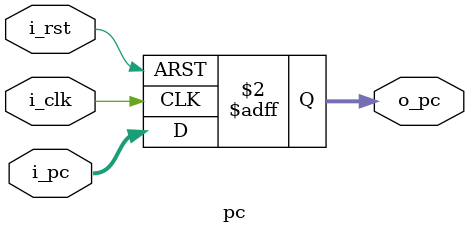
<source format=sv>
module pc (
   input logic i_clk, i_rst,
   input logic [31:0] i_pc,
   output logic [31:0] o_pc
);

   always_ff @(posedge i_clk or posedge i_rst ) begin
      if (i_rst)
         o_pc <= 32'd0;
      else
         o_pc <= i_pc;
   end

endmodule


</source>
